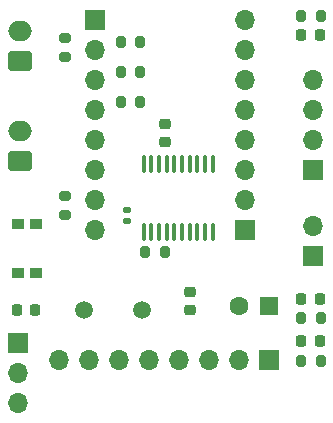
<source format=gbr>
%TF.GenerationSoftware,KiCad,Pcbnew,(6.0.4)*%
%TF.CreationDate,2023-03-08T20:25:47-05:00*%
%TF.ProjectId,Motor_module,4d6f746f-725f-46d6-9f64-756c652e6b69,rev?*%
%TF.SameCoordinates,Original*%
%TF.FileFunction,Soldermask,Top*%
%TF.FilePolarity,Negative*%
%FSLAX46Y46*%
G04 Gerber Fmt 4.6, Leading zero omitted, Abs format (unit mm)*
G04 Created by KiCad (PCBNEW (6.0.4)) date 2023-03-08 20:25:47*
%MOMM*%
%LPD*%
G01*
G04 APERTURE LIST*
G04 Aperture macros list*
%AMRoundRect*
0 Rectangle with rounded corners*
0 $1 Rounding radius*
0 $2 $3 $4 $5 $6 $7 $8 $9 X,Y pos of 4 corners*
0 Add a 4 corners polygon primitive as box body*
4,1,4,$2,$3,$4,$5,$6,$7,$8,$9,$2,$3,0*
0 Add four circle primitives for the rounded corners*
1,1,$1+$1,$2,$3*
1,1,$1+$1,$4,$5*
1,1,$1+$1,$6,$7*
1,1,$1+$1,$8,$9*
0 Add four rect primitives between the rounded corners*
20,1,$1+$1,$2,$3,$4,$5,0*
20,1,$1+$1,$4,$5,$6,$7,0*
20,1,$1+$1,$6,$7,$8,$9,0*
20,1,$1+$1,$8,$9,$2,$3,0*%
G04 Aperture macros list end*
%ADD10RoundRect,0.225000X-0.225000X-0.250000X0.225000X-0.250000X0.225000X0.250000X-0.225000X0.250000X0*%
%ADD11R,1.600000X1.600000*%
%ADD12C,1.600000*%
%ADD13C,1.500000*%
%ADD14RoundRect,0.225000X-0.250000X0.225000X-0.250000X-0.225000X0.250000X-0.225000X0.250000X0.225000X0*%
%ADD15R,1.700000X1.700000*%
%ADD16O,1.700000X1.700000*%
%ADD17RoundRect,0.200000X-0.200000X-0.275000X0.200000X-0.275000X0.200000X0.275000X-0.200000X0.275000X0*%
%ADD18RoundRect,0.250000X0.750000X-0.600000X0.750000X0.600000X-0.750000X0.600000X-0.750000X-0.600000X0*%
%ADD19O,2.000000X1.700000*%
%ADD20RoundRect,0.200000X0.200000X0.275000X-0.200000X0.275000X-0.200000X-0.275000X0.200000X-0.275000X0*%
%ADD21RoundRect,0.200000X-0.275000X0.200000X-0.275000X-0.200000X0.275000X-0.200000X0.275000X0.200000X0*%
%ADD22RoundRect,0.218750X0.218750X0.256250X-0.218750X0.256250X-0.218750X-0.256250X0.218750X-0.256250X0*%
%ADD23RoundRect,0.140000X-0.170000X0.140000X-0.170000X-0.140000X0.170000X-0.140000X0.170000X0.140000X0*%
%ADD24RoundRect,0.100000X0.100000X-0.637500X0.100000X0.637500X-0.100000X0.637500X-0.100000X-0.637500X0*%
%ADD25R,1.000000X0.900000*%
G04 APERTURE END LIST*
D10*
%TO.C,C3*%
X134215000Y-80550000D03*
X135765000Y-80550000D03*
%TD*%
D11*
%TO.C,C1*%
X155545113Y-80220000D03*
D12*
X153045113Y-80220000D03*
%TD*%
D13*
%TO.C,Y1*%
X144810000Y-80560000D03*
X139910000Y-80560000D03*
%TD*%
D14*
%TO.C,C6*%
X148900000Y-79005000D03*
X148900000Y-80555000D03*
%TD*%
D15*
%TO.C,J1*%
X159270000Y-68700000D03*
D16*
X159270000Y-66160000D03*
X159270000Y-63620000D03*
X159270000Y-61080000D03*
%TD*%
D17*
%TO.C,R4*%
X142985000Y-62950000D03*
X144635000Y-62950000D03*
%TD*%
D15*
%TO.C,J8*%
X153500000Y-73790000D03*
D16*
X153500000Y-71250000D03*
X153500000Y-68710000D03*
X153500000Y-66170000D03*
X153500000Y-63630000D03*
X153500000Y-61090000D03*
X153500000Y-58550000D03*
X153500000Y-56010000D03*
%TD*%
D18*
%TO.C,J3*%
X134500000Y-59420000D03*
D19*
X134500000Y-56920000D03*
%TD*%
D15*
%TO.C,J6*%
X134300000Y-83325000D03*
D16*
X134300000Y-85865000D03*
X134300000Y-88405000D03*
%TD*%
D20*
%TO.C,R6*%
X146725000Y-75670000D03*
X145075000Y-75670000D03*
%TD*%
%TO.C,R7*%
X159925000Y-55660000D03*
X158275000Y-55660000D03*
%TD*%
D21*
%TO.C,R2*%
X138240000Y-57485000D03*
X138240000Y-59135000D03*
%TD*%
D22*
%TO.C,D2*%
X159867500Y-79590000D03*
X158292500Y-79590000D03*
%TD*%
D14*
%TO.C,C5*%
X146760000Y-64785000D03*
X146760000Y-66335000D03*
%TD*%
D22*
%TO.C,D1*%
X159867500Y-57260000D03*
X158292500Y-57260000D03*
%TD*%
D23*
%TO.C,C8*%
X143510000Y-72040000D03*
X143510000Y-73000000D03*
%TD*%
D15*
%TO.C,J5*%
X159260000Y-75945000D03*
D16*
X159260000Y-73405000D03*
%TD*%
D17*
%TO.C,R3*%
X142985000Y-60410000D03*
X144635000Y-60410000D03*
%TD*%
%TO.C,R10*%
X158265000Y-84900000D03*
X159915000Y-84900000D03*
%TD*%
%TO.C,R1*%
X142985000Y-57870000D03*
X144635000Y-57870000D03*
%TD*%
D15*
%TO.C,J7*%
X140800000Y-56007000D03*
D16*
X140800000Y-58547000D03*
X140800000Y-61087000D03*
X140800000Y-63627000D03*
X140800000Y-66167000D03*
X140800000Y-68707000D03*
X140800000Y-71247000D03*
X140800000Y-73787000D03*
%TD*%
D18*
%TO.C,J4*%
X134500000Y-67890000D03*
D19*
X134500000Y-65390000D03*
%TD*%
D24*
%TO.C,U1*%
X144945000Y-73912500D03*
X145595000Y-73912500D03*
X146245000Y-73912500D03*
X146895000Y-73912500D03*
X147545000Y-73912500D03*
X148195000Y-73912500D03*
X148845000Y-73912500D03*
X149495000Y-73912500D03*
X150145000Y-73912500D03*
X150795000Y-73912500D03*
X150795000Y-68187500D03*
X150145000Y-68187500D03*
X149495000Y-68187500D03*
X148845000Y-68187500D03*
X148195000Y-68187500D03*
X147545000Y-68187500D03*
X146895000Y-68187500D03*
X146245000Y-68187500D03*
X145595000Y-68187500D03*
X144945000Y-68187500D03*
%TD*%
D15*
%TO.C,J2*%
X155555000Y-84765000D03*
D16*
X153015000Y-84765000D03*
X150475000Y-84765000D03*
X147935000Y-84765000D03*
X145395000Y-84765000D03*
X142855000Y-84765000D03*
X140315000Y-84765000D03*
X137775000Y-84765000D03*
%TD*%
D25*
%TO.C,SW1*%
X134260000Y-77380000D03*
X134260000Y-73280000D03*
X135860000Y-73280000D03*
X135860000Y-77380000D03*
%TD*%
D17*
%TO.C,R9*%
X158275000Y-81210000D03*
X159925000Y-81210000D03*
%TD*%
D21*
%TO.C,R8*%
X138240000Y-70885000D03*
X138240000Y-72535000D03*
%TD*%
D22*
%TO.C,D3*%
X159867500Y-83150000D03*
X158292500Y-83150000D03*
%TD*%
M02*

</source>
